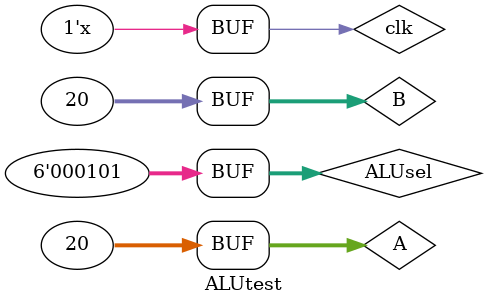
<source format=v>
`timescale 1ns / 1ps


module ALUtest;

	// Inputs
	reg [31:0] A;
	reg [31:0] B;
	reg [5:0] ALUsel;
	reg clk;

	// Outputs
	wire [31:0] Result;
	wire ZFlag;

	// Instantiate the Unit Under Test (UUT)
	ALU uut (
	   .clk (clk),
		.A(A), 
		.B(B), 
		.Result(Result), 
		.ALUsel(ALUsel), 
		.ZFlag(ZFlag)
	);
	always #10 clk=~clk;

	initial begin
		// Initialize Inputs
		A = 0;
		B = 0;
		ALUsel = 0;
		clk=0;

		// Wait 100 ns for global reset to finish
		#100;
       ALUsel= 32'b100000;
		 A= 20;
		 B=10;
		 #100;
		 
		 ALUsel=32'b100010;
		 A= 20;
		 B=10;
		 #100;
		 
		 ALUsel=32'b100101;
		 A= 1;
		 B=0;
		 #100;
		 
		 ALUsel=32'b100100;
		 A= 1;
		 B=0;
		 #100;
		 
		 ALUsel=32'b101010;
		 A= 20;
		 B=10;
		 #100;
		 
		 ALUsel=32'b101010;
		 A= 20;
		 B=20;
		 #100;
		 ALUsel=32'b101;
		  A= 20;
		 B=10;
		 #100;
		  ALUsel=32'b101;
		  A= 20;
		 B=20;
		 #100;
		// Add stimulus here

	end      
endmodule


</source>
